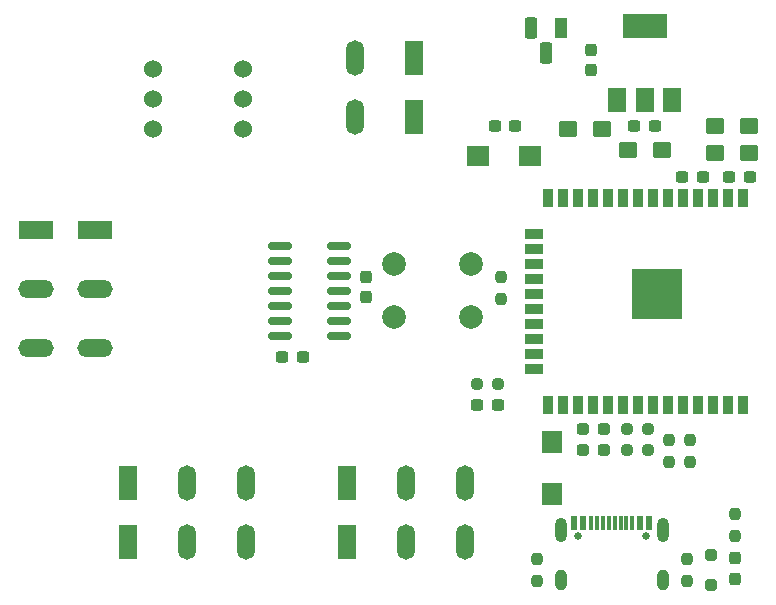
<source format=gts>
G04 #@! TF.GenerationSoftware,KiCad,Pcbnew,7.0.10*
G04 #@! TF.CreationDate,2024-02-23T22:27:58+01:00*
G04 #@! TF.ProjectId,WLED_Controller,574c4544-5f43-46f6-9e74-726f6c6c6572,rev?*
G04 #@! TF.SameCoordinates,Original*
G04 #@! TF.FileFunction,Soldermask,Top*
G04 #@! TF.FilePolarity,Negative*
%FSLAX46Y46*%
G04 Gerber Fmt 4.6, Leading zero omitted, Abs format (unit mm)*
G04 Created by KiCad (PCBNEW 7.0.10) date 2024-02-23 22:27:58*
%MOMM*%
%LPD*%
G01*
G04 APERTURE LIST*
G04 Aperture macros list*
%AMRoundRect*
0 Rectangle with rounded corners*
0 $1 Rounding radius*
0 $2 $3 $4 $5 $6 $7 $8 $9 X,Y pos of 4 corners*
0 Add a 4 corners polygon primitive as box body*
4,1,4,$2,$3,$4,$5,$6,$7,$8,$9,$2,$3,0*
0 Add four circle primitives for the rounded corners*
1,1,$1+$1,$2,$3*
1,1,$1+$1,$4,$5*
1,1,$1+$1,$6,$7*
1,1,$1+$1,$8,$9*
0 Add four rect primitives between the rounded corners*
20,1,$1+$1,$2,$3,$4,$5,0*
20,1,$1+$1,$4,$5,$6,$7,0*
20,1,$1+$1,$6,$7,$8,$9,0*
20,1,$1+$1,$8,$9,$2,$3,0*%
G04 Aperture macros list end*
%ADD10RoundRect,0.237500X0.237500X-0.250000X0.237500X0.250000X-0.237500X0.250000X-0.237500X-0.250000X0*%
%ADD11RoundRect,0.237500X0.250000X0.237500X-0.250000X0.237500X-0.250000X-0.237500X0.250000X-0.237500X0*%
%ADD12R,0.900000X1.500000*%
%ADD13R,1.500000X0.900000*%
%ADD14C,0.600000*%
%ADD15R,4.200000X4.200000*%
%ADD16R,1.500000X3.000000*%
%ADD17O,1.500000X3.000000*%
%ADD18RoundRect,0.237500X-0.250000X-0.237500X0.250000X-0.237500X0.250000X0.237500X-0.250000X0.237500X0*%
%ADD19RoundRect,0.237500X-0.237500X0.300000X-0.237500X-0.300000X0.237500X-0.300000X0.237500X0.300000X0*%
%ADD20R,1.500000X2.000000*%
%ADD21R,3.800000X2.000000*%
%ADD22RoundRect,0.250000X-0.537500X-0.425000X0.537500X-0.425000X0.537500X0.425000X-0.537500X0.425000X0*%
%ADD23RoundRect,0.237500X-0.237500X0.250000X-0.237500X-0.250000X0.237500X-0.250000X0.237500X0.250000X0*%
%ADD24RoundRect,0.250000X-0.250000X0.250000X-0.250000X-0.250000X0.250000X-0.250000X0.250000X0.250000X0*%
%ADD25RoundRect,0.237500X-0.300000X-0.237500X0.300000X-0.237500X0.300000X0.237500X-0.300000X0.237500X0*%
%ADD26C,2.000000*%
%ADD27RoundRect,0.150000X0.825000X0.150000X-0.825000X0.150000X-0.825000X-0.150000X0.825000X-0.150000X0*%
%ADD28RoundRect,0.237500X0.287500X0.237500X-0.287500X0.237500X-0.287500X-0.237500X0.287500X-0.237500X0*%
%ADD29R,1.700000X1.925000*%
%ADD30RoundRect,0.237500X0.300000X0.237500X-0.300000X0.237500X-0.300000X-0.237500X0.300000X-0.237500X0*%
%ADD31RoundRect,0.237500X0.237500X-0.287500X0.237500X0.287500X-0.237500X0.287500X-0.237500X-0.287500X0*%
%ADD32R,3.000000X1.500000*%
%ADD33O,3.000000X1.500000*%
%ADD34R,1.100000X1.800000*%
%ADD35RoundRect,0.275000X0.275000X0.625000X-0.275000X0.625000X-0.275000X-0.625000X0.275000X-0.625000X0*%
%ADD36C,0.650000*%
%ADD37R,0.600000X1.240000*%
%ADD38R,0.300000X1.240000*%
%ADD39O,1.000000X2.100000*%
%ADD40O,1.000000X1.800000*%
%ADD41RoundRect,0.250000X0.537500X0.425000X-0.537500X0.425000X-0.537500X-0.425000X0.537500X-0.425000X0*%
%ADD42R,1.925000X1.700000*%
%ADD43C,1.524000*%
G04 APERTURE END LIST*
D10*
X58166000Y11430000D03*
X58166000Y13255000D03*
D11*
X56435000Y12446000D03*
X54610000Y12446000D03*
D12*
X64489000Y33750000D03*
X63219000Y33750000D03*
X61949000Y33750000D03*
X60679000Y33750000D03*
X59409000Y33750000D03*
X58139000Y33750000D03*
X56869000Y33750000D03*
X55599000Y33750000D03*
X54329000Y33750000D03*
X53059000Y33750000D03*
X51789000Y33750000D03*
X50519000Y33750000D03*
X49249000Y33750000D03*
X47979000Y33750000D03*
D13*
X46729000Y30710000D03*
X46729000Y29440000D03*
X46729000Y28170000D03*
X46729000Y26900000D03*
X46729000Y25630000D03*
X46729000Y24360000D03*
X46729000Y23090000D03*
X46729000Y21820000D03*
X46729000Y20550000D03*
X46729000Y19280000D03*
D12*
X47979000Y16250000D03*
X49249000Y16250000D03*
X50519000Y16250000D03*
X51789000Y16250000D03*
X53059000Y16250000D03*
X54329000Y16250000D03*
X55599000Y16250000D03*
X56869000Y16250000D03*
X58139000Y16250000D03*
X59409000Y16250000D03*
X60679000Y16250000D03*
X61949000Y16250000D03*
X63219000Y16250000D03*
X64489000Y16250000D03*
D14*
X57911500Y27205000D03*
X56386500Y27205000D03*
X58674000Y26442500D03*
X57149000Y26442500D03*
X55624000Y26442500D03*
X57911500Y25680000D03*
D15*
X57149000Y25680000D03*
D14*
X56386500Y25680000D03*
X58674000Y24917500D03*
X57149000Y24917500D03*
X55624000Y24917500D03*
X57911500Y24155000D03*
X56386500Y24155000D03*
D16*
X36576000Y40640000D03*
X36576000Y45640000D03*
D17*
X31576000Y40640000D03*
X31576000Y45640000D03*
D18*
X41907000Y18040000D03*
X43732000Y18040000D03*
D19*
X32512000Y27125000D03*
X32512000Y25400000D03*
D11*
X56435000Y14224000D03*
X54610000Y14224000D03*
D20*
X53834000Y42062000D03*
X56134000Y42062000D03*
D21*
X56134000Y48362000D03*
D20*
X58434000Y42062000D03*
D22*
X49616500Y39624000D03*
X52491500Y39624000D03*
D16*
X30894000Y9652000D03*
X30894000Y4652000D03*
D17*
X35894000Y9652000D03*
X35894000Y4652000D03*
X40894000Y9652000D03*
X40894000Y4652000D03*
D19*
X51562000Y46328500D03*
X51562000Y44603500D03*
D23*
X43942000Y27074500D03*
X43942000Y25249500D03*
D22*
X62062500Y39878000D03*
X64937500Y39878000D03*
D24*
X61722000Y3536000D03*
X61722000Y1036000D03*
D23*
X46990000Y3198500D03*
X46990000Y1373500D03*
D25*
X25453000Y20320000D03*
X27178000Y20320000D03*
D26*
X34902000Y28194000D03*
X41402000Y28194000D03*
X34902000Y23694000D03*
X41402000Y23694000D03*
D27*
X30226000Y22098000D03*
X30226000Y23368000D03*
X30226000Y24638000D03*
X30226000Y25908000D03*
X30226000Y27178000D03*
X30226000Y28448000D03*
X30226000Y29718000D03*
X25276000Y29718000D03*
X25276000Y28448000D03*
X25276000Y27178000D03*
X25276000Y25908000D03*
X25276000Y24638000D03*
X25276000Y23368000D03*
X25276000Y22098000D03*
D28*
X52691000Y12446000D03*
X50941000Y12446000D03*
D29*
X48260000Y8709500D03*
X48260000Y13134500D03*
D30*
X45159000Y39878000D03*
X43434000Y39878000D03*
D16*
X12352000Y9652000D03*
X12352000Y4652000D03*
D17*
X17352000Y9652000D03*
X17352000Y4652000D03*
X22352000Y9652000D03*
X22352000Y4652000D03*
D23*
X59690000Y3198500D03*
X59690000Y1373500D03*
D31*
X63754000Y1524000D03*
X63754000Y3274000D03*
D32*
X9620000Y31058000D03*
X4620000Y31058000D03*
D33*
X9620000Y26058000D03*
X4620000Y26058000D03*
X9620000Y21058000D03*
X4620000Y21058000D03*
D28*
X52691000Y14224000D03*
X50941000Y14224000D03*
D34*
X49022000Y48152000D03*
D35*
X47752000Y46082000D03*
X46482000Y48152000D03*
D25*
X41957000Y16262000D03*
X43682000Y16262000D03*
D30*
X56996500Y39878000D03*
X55271500Y39878000D03*
D36*
X50450000Y5145000D03*
X56230000Y5145000D03*
D37*
X50140000Y6265000D03*
X50940000Y6265000D03*
D38*
X52090000Y6265000D03*
X53090000Y6265000D03*
X53590000Y6265000D03*
X54590000Y6265000D03*
D37*
X55740000Y6265000D03*
X56540000Y6265000D03*
X56540000Y6265000D03*
X55740000Y6265000D03*
D38*
X55090000Y6265000D03*
X54090000Y6265000D03*
X52590000Y6265000D03*
X51590000Y6265000D03*
D37*
X50940000Y6265000D03*
X50140000Y6265000D03*
D39*
X49020000Y5665000D03*
D40*
X49020000Y1465000D03*
D39*
X57660000Y5665000D03*
D40*
X57660000Y1465000D03*
D41*
X57571500Y37846000D03*
X54696500Y37846000D03*
D10*
X59944000Y11430000D03*
X59944000Y13255000D03*
D22*
X62062500Y37592000D03*
X64937500Y37592000D03*
D23*
X63754000Y7008500D03*
X63754000Y5183500D03*
D25*
X63299000Y35560000D03*
X65024000Y35560000D03*
D42*
X41983500Y37338000D03*
X46408500Y37338000D03*
D25*
X59335500Y35560000D03*
X61060500Y35560000D03*
D43*
X14478000Y44704000D03*
X14478000Y42164000D03*
X14478000Y39624000D03*
X22098000Y39624000D03*
X22098000Y42164000D03*
X22098000Y44704000D03*
M02*

</source>
